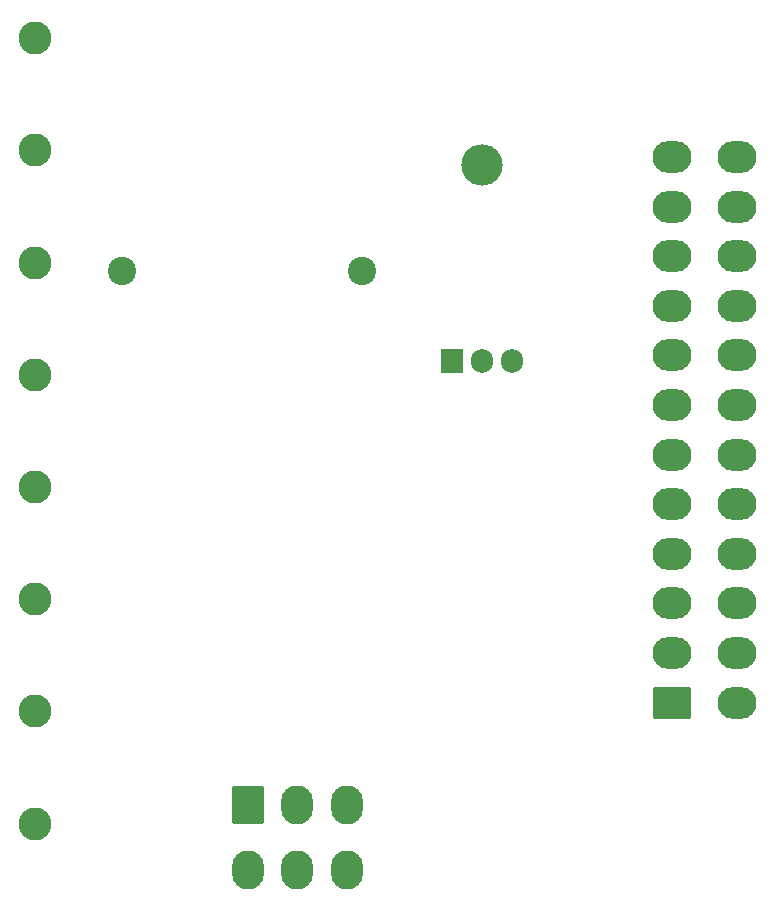
<source format=gbr>
%TF.GenerationSoftware,KiCad,Pcbnew,7.0.1*%
%TF.CreationDate,2024-01-20T22:06:59+00:00*%
%TF.ProjectId,PowerDelivery,506f7765-7244-4656-9c69-766572792e6b,rev?*%
%TF.SameCoordinates,Original*%
%TF.FileFunction,Soldermask,Bot*%
%TF.FilePolarity,Negative*%
%FSLAX46Y46*%
G04 Gerber Fmt 4.6, Leading zero omitted, Abs format (unit mm)*
G04 Created by KiCad (PCBNEW 7.0.1) date 2024-01-20 22:06:59*
%MOMM*%
%LPD*%
G01*
G04 APERTURE LIST*
G04 Aperture macros list*
%AMRoundRect*
0 Rectangle with rounded corners*
0 $1 Rounding radius*
0 $2 $3 $4 $5 $6 $7 $8 $9 X,Y pos of 4 corners*
0 Add a 4 corners polygon primitive as box body*
4,1,4,$2,$3,$4,$5,$6,$7,$8,$9,$2,$3,0*
0 Add four circle primitives for the rounded corners*
1,1,$1+$1,$2,$3*
1,1,$1+$1,$4,$5*
1,1,$1+$1,$6,$7*
1,1,$1+$1,$8,$9*
0 Add four rect primitives between the rounded corners*
20,1,$1+$1,$2,$3,$4,$5,0*
20,1,$1+$1,$4,$5,$6,$7,0*
20,1,$1+$1,$6,$7,$8,$9,0*
20,1,$1+$1,$8,$9,$2,$3,0*%
G04 Aperture macros list end*
%ADD10RoundRect,0.250001X-1.099999X-1.399999X1.099999X-1.399999X1.099999X1.399999X-1.099999X1.399999X0*%
%ADD11O,2.700000X3.300000*%
%ADD12C,2.800000*%
%ADD13C,2.400000*%
%ADD14RoundRect,0.250001X1.399999X-1.099999X1.399999X1.099999X-1.399999X1.099999X-1.399999X-1.099999X0*%
%ADD15O,3.300000X2.700000*%
%ADD16O,3.500000X3.500000*%
%ADD17R,1.905000X2.000000*%
%ADD18O,1.905000X2.000000*%
G04 APERTURE END LIST*
D10*
%TO.C,J1*%
X150300000Y-130250000D03*
D11*
X154500000Y-130250000D03*
X158700000Y-130250000D03*
X150300000Y-135750000D03*
X154500000Y-135750000D03*
X158700000Y-135750000D03*
%TD*%
D12*
%TO.C,J3*%
X132305000Y-65345000D03*
X132305000Y-74845000D03*
X132305000Y-84345000D03*
X132305000Y-93845000D03*
X132305000Y-103345000D03*
X132305000Y-112845000D03*
X132305000Y-122345000D03*
X132305000Y-131845000D03*
%TD*%
D13*
%TO.C,R6*%
X139700000Y-85090000D03*
X160020000Y-85090000D03*
%TD*%
D14*
%TO.C,J2*%
X186250000Y-121600000D03*
D15*
X186250000Y-117400000D03*
X186250000Y-113200000D03*
X186250000Y-109000000D03*
X186250000Y-104800000D03*
X186250000Y-100600000D03*
X186250000Y-96400000D03*
X186250000Y-92200000D03*
X186250000Y-88000000D03*
X186250000Y-83800000D03*
X186250000Y-79600000D03*
X186250000Y-75400000D03*
X191750000Y-121600000D03*
X191750000Y-117400000D03*
X191750000Y-113200000D03*
X191750000Y-109000000D03*
X191750000Y-104800000D03*
X191750000Y-100600000D03*
X191750000Y-96400000D03*
X191750000Y-92200000D03*
X191750000Y-88000000D03*
X191750000Y-83800000D03*
X191750000Y-79600000D03*
X191750000Y-75400000D03*
%TD*%
D16*
%TO.C,U4*%
X170180000Y-76050000D03*
D17*
X167640000Y-92710000D03*
D18*
X170180000Y-92710000D03*
X172720000Y-92710000D03*
%TD*%
M02*

</source>
